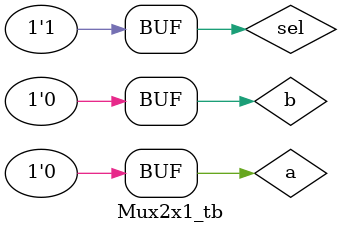
<source format=v>
`include "Mux2x1.v"

module Mux2x1_tb;
    reg  a, b, sel;
    wire out;

    Mux2x1 MUX(a, b, sel, out);

    initial begin
        $dumpfile("Mux2x1.vcd");
        $dumpvars(0, Mux2x1_tb);

        a=0; b=0; sel=0; #10;
        a=0; b=1; sel=0; #10;
        a=1; b=1; sel=0; #10;
        a=1; b=0; sel=0; #10;
        a=1; b=0; sel=1; #10;
        a=1; b=1; sel=1; #10;
        a=0; b=1; sel=1; #10;
        a=0; b=0; sel=1; #10;
    end
endmodule
</source>
